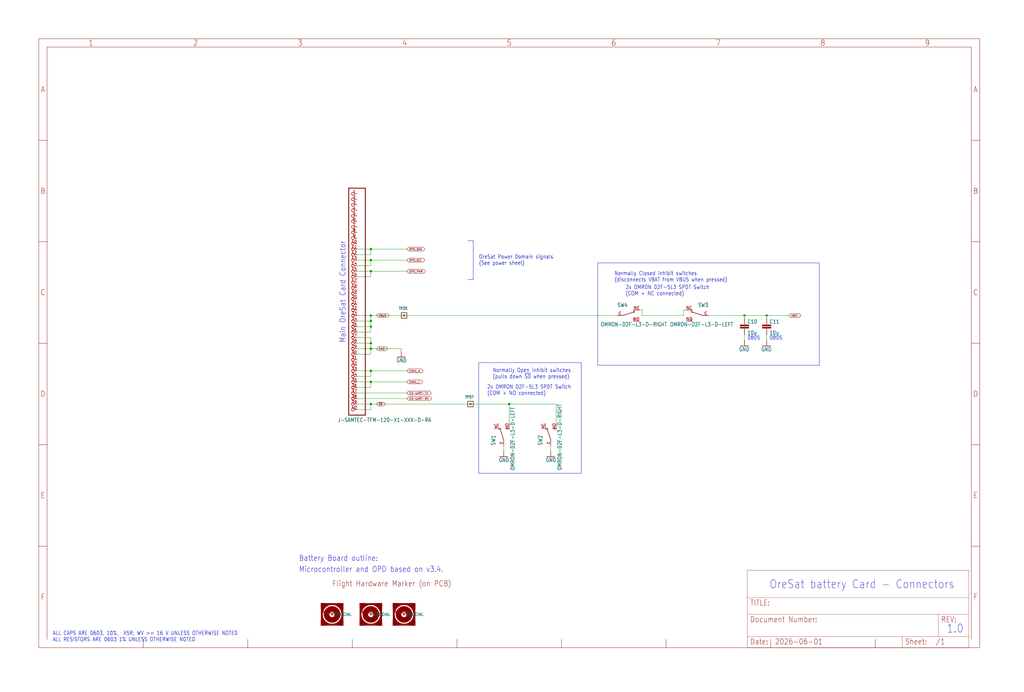
<source format=kicad_sch>
(kicad_sch (version 20230121) (generator eeschema)
  (paper "User" 469.9 317.627)
  (lib_symbols
    (symbol "oresat-batteries-eagle-import:C-EU0805-B-NOSILK"
      (property "Reference" "C" (at 1.524 0.381 0))
      (symbol "C-EU0805-B-NOSILK_1_0"
        (rectangle (start -2.032 -2.032) (end 2.032 -1.524) (fill (type outline)))
        (rectangle (start -2.032 -1.016) (end 2.032 -0.508) (fill (type outline)))
        (polyline (pts (xy 0 -2.54) (xy 0 -2.032)) (stroke (width 0.1524)))
        (polyline (pts (xy 0 0) (xy 0 -0.508)) (stroke (width 0.1524)))
        (pin passive line (at 0 2.54 270) (length 2.54) (name "1") (number "1"))
        (pin passive line (at 0 -5.08 90) (length 2.54) (name "2") (number "2"))
      )
    )
    (symbol "oresat-batteries-eagle-import:FIDUCIAL-1.0X2.0"
      (symbol "FIDUCIAL-1.0X2.0_1_0"
        (rectangle (start -5.08 -5.08) (end -3.556 -2.54) (fill (type outline)))
        (rectangle (start -5.08 -5.08) (end -2.54 -3.556) (fill (type outline)))
        (rectangle (start -5.08 2.54) (end -3.556 5.08) (fill (type outline)))
        (rectangle (start -5.08 3.556) (end -2.54 5.08) (fill (type outline)))
        (polyline (pts (xy -5.08 -5.08) (xy -5.08 5.08)) (stroke (width 0.127)))
        (polyline (pts (xy -5.08 -5.08) (xy 5.08 -5.08)) (stroke (width 0.127)))
        (polyline (pts (xy -5.08 5.08) (xy 5.08 5.08)) (stroke (width 0.127)))
        (polyline (pts (xy -4.699 2.54) (xy -4.699 -2.54)) (stroke (width 0.762)))
        (polyline (pts (xy -2.54 -4.699) (xy 2.54 -4.699)) (stroke (width 0.762)))
        (polyline (pts (xy -2.54 4.699) (xy 2.54 4.699)) (stroke (width 0.762)))
        (polyline (pts (xy 4.699 -2.54) (xy 4.699 2.54)) (stroke (width 0.762)))
        (polyline (pts (xy 5.08 5.08) (xy 5.08 -5.08)) (stroke (width 0.127)))
        (circle (center 0 0) (radius 2.54) (stroke (width 2.54)))
        (circle (center 0 0) (radius 4.699) (stroke (width 0.762)))
        (rectangle (start 2.54 -5.08) (end 5.08 -3.556) (fill (type outline)))
        (rectangle (start 2.54 3.556) (end 5.08 5.08) (fill (type outline)))
        (rectangle (start 3.556 -5.08) (end 5.08 -2.54) (fill (type outline)))
        (rectangle (start 3.556 2.54) (end 5.08 5.08) (fill (type outline)))
        (pin no_connect line (at 0 0 0) (length 0) (name "FIDUCIAL") (number "FIDUCIAL"))
      )
    )
    (symbol "oresat-batteries-eagle-import:FLIGHMARKERNEW"
      (symbol "FLIGHMARKERNEW_1_0"
        (text "Flight Hardware Marker (on PCB)" (at 0 0 0) (effects (font (size 2.54 2.159)) (justify left bottom)))
      )
    )
    (symbol "oresat-batteries-eagle-import:J-SAMTEC-TFM-120-X1-XXX-D-RA"
      (property "Reference" "J" (at -6.35 51.435 0))
      (symbol "J-SAMTEC-TFM-120-X1-XXX-D-RA_1_0"
        (polyline (pts (xy -6.35 -53.34) (xy 1.27 -53.34)) (stroke (width 0.4064)))
        (polyline (pts (xy -6.35 50.8) (xy -6.35 -53.34)) (stroke (width 0.4064)))
        (polyline (pts (xy 1.27 -53.34) (xy 1.27 50.8)) (stroke (width 0.4064)))
        (polyline (pts (xy 1.27 50.8) (xy -6.35 50.8)) (stroke (width 0.4064)))
        (pin passive inverted (at -2.54 48.26 0) (length 2.54) (name "1") (number "1"))
        (pin passive inverted (at -2.54 25.4 0) (length 2.54) (name "10") (number "10"))
        (pin passive inverted (at -2.54 22.86 0) (length 2.54) (name "11") (number "11"))
        (pin passive inverted (at -2.54 20.32 0) (length 2.54) (name "12") (number "12"))
        (pin passive inverted (at -2.54 17.78 0) (length 2.54) (name "13") (number "13"))
        (pin passive inverted (at -2.54 15.24 0) (length 2.54) (name "14") (number "14"))
        (pin passive inverted (at -2.54 12.7 0) (length 2.54) (name "15") (number "15"))
        (pin passive inverted (at -2.54 10.16 0) (length 2.54) (name "16") (number "16"))
        (pin passive inverted (at -2.54 7.62 0) (length 2.54) (name "17") (number "17"))
        (pin passive inverted (at -2.54 5.08 0) (length 2.54) (name "18") (number "18"))
        (pin passive inverted (at -2.54 2.54 0) (length 2.54) (name "19") (number "19"))
        (pin passive inverted (at -2.54 45.72 0) (length 2.54) (name "2") (number "2"))
        (pin passive inverted (at -2.54 0 0) (length 2.54) (name "20") (number "20"))
        (pin passive inverted (at -2.54 -2.54 0) (length 2.54) (name "21") (number "21"))
        (pin passive inverted (at -2.54 -5.08 0) (length 2.54) (name "22") (number "22"))
        (pin passive inverted (at -2.54 -7.62 0) (length 2.54) (name "23") (number "23"))
        (pin passive inverted (at -2.54 -10.16 0) (length 2.54) (name "24") (number "24"))
        (pin passive inverted (at -2.54 -12.7 0) (length 2.54) (name "25") (number "25"))
        (pin passive inverted (at -2.54 -15.24 0) (length 2.54) (name "26") (number "26"))
        (pin passive inverted (at -2.54 -17.78 0) (length 2.54) (name "27") (number "27"))
        (pin passive inverted (at -2.54 -20.32 0) (length 2.54) (name "28") (number "28"))
        (pin passive inverted (at -2.54 -22.86 0) (length 2.54) (name "29") (number "29"))
        (pin passive inverted (at -2.54 43.18 0) (length 2.54) (name "3") (number "3"))
        (pin passive inverted (at -2.54 -25.4 0) (length 2.54) (name "30") (number "30"))
        (pin passive inverted (at -2.54 -27.94 0) (length 2.54) (name "31") (number "31"))
        (pin passive inverted (at -2.54 -30.48 0) (length 2.54) (name "32") (number "32"))
        (pin passive inverted (at -2.54 -33.02 0) (length 2.54) (name "33") (number "33"))
        (pin passive inverted (at -2.54 -35.56 0) (length 2.54) (name "34") (number "34"))
        (pin passive inverted (at -2.54 -38.1 0) (length 2.54) (name "35") (number "35"))
        (pin passive inverted (at -2.54 -40.64 0) (length 2.54) (name "36") (number "36"))
        (pin passive inverted (at -2.54 -43.18 0) (length 2.54) (name "37") (number "37"))
        (pin passive inverted (at -2.54 -45.72 0) (length 2.54) (name "38") (number "38"))
        (pin passive inverted (at -2.54 -48.26 0) (length 2.54) (name "39") (number "39"))
        (pin passive inverted (at -2.54 40.64 0) (length 2.54) (name "4") (number "4"))
        (pin passive inverted (at -2.54 -50.8 0) (length 2.54) (name "40") (number "40"))
        (pin passive inverted (at -2.54 38.1 0) (length 2.54) (name "5") (number "5"))
        (pin passive inverted (at -2.54 35.56 0) (length 2.54) (name "6") (number "6"))
        (pin passive inverted (at -2.54 33.02 0) (length 2.54) (name "7") (number "7"))
        (pin passive inverted (at -2.54 30.48 0) (length 2.54) (name "8") (number "8"))
        (pin passive inverted (at -2.54 27.94 0) (length 2.54) (name "9") (number "9"))
      )
    )
    (symbol "oresat-batteries-eagle-import:OMRON-D2F-L3-D-LEFT"
      (property "Reference" "SW" (at -5.08 3.81 0))
      (symbol "OMRON-D2F-L3-D-LEFT_1_0"
        (polyline (pts (xy -2.54 0) (xy 3.048 1.778)) (stroke (width 0.254)))
        (polyline (pts (xy 2.54 -2.54) (xy 2.54 -1.27)) (stroke (width 0.254)))
        (polyline (pts (xy 2.54 2.54) (xy 2.54 1.27)) (stroke (width 0.254)))
        (pin passive line (at -5.08 0 0) (length 2.54) (name "COM") (number "C"))
        (pin passive line (at 5.08 2.54 180) (length 2.54) (name "NC") (number "NC"))
        (pin passive line (at 5.08 -2.54 180) (length 2.54) (name "NO") (number "NO"))
      )
    )
    (symbol "oresat-batteries-eagle-import:OMRON-D2F-L3-D-RIGHT"
      (property "Reference" "SW" (at -5.08 3.81 0))
      (symbol "OMRON-D2F-L3-D-RIGHT_1_0"
        (polyline (pts (xy -2.54 0) (xy 3.048 1.778)) (stroke (width 0.254)))
        (polyline (pts (xy 2.54 -2.54) (xy 2.54 -1.27)) (stroke (width 0.254)))
        (polyline (pts (xy 2.54 2.54) (xy 2.54 1.27)) (stroke (width 0.254)))
        (pin passive line (at -5.08 0 0) (length 2.54) (name "COM") (number "C"))
        (pin passive line (at 5.08 2.54 180) (length 2.54) (name "NC") (number "NC"))
        (pin passive line (at 5.08 -2.54 180) (length 2.54) (name "NO") (number "NO"))
      )
    )
    (symbol "oresat-batteries-eagle-import:TEST-POINT-LARGE-SQUARE"
      (property "Reference" "TP" (at -2.54 2.54 0))
      (symbol "TEST-POINT-LARGE-SQUARE_1_0"
        (polyline (pts (xy -1.27 -1.27) (xy -1.27 1.27)) (stroke (width 0.254)))
        (polyline (pts (xy -1.27 1.27) (xy 1.27 1.27)) (stroke (width 0.254)))
        (polyline (pts (xy 1.27 -1.27) (xy -1.27 -1.27)) (stroke (width 0.254)))
        (polyline (pts (xy 1.27 1.27) (xy 1.27 -1.27)) (stroke (width 0.254)))
        (pin passive line (at 0 0 0) (length 0) (name "1") (number "1"))
      )
    )
    (symbol "oresat-batteries-eagle-import:frames_FRAME_B_L"
      (symbol "frames_FRAME_B_L_1_0"
        (polyline (pts (xy 0 46.5667) (xy 3.81 46.5667)))
        (polyline (pts (xy 0 93.1333) (xy 3.81 93.1333)))
        (polyline (pts (xy 0 139.7) (xy 3.81 139.7)))
        (polyline (pts (xy 0 186.2667) (xy 3.81 186.2667)))
        (polyline (pts (xy 0 232.8333) (xy 3.81 232.8333)))
        (polyline (pts (xy 3.81 3.81) (xy 3.81 275.59)))
        (polyline (pts (xy 47.9778 0) (xy 47.9778 3.81)))
        (polyline (pts (xy 95.9556 0) (xy 95.9556 3.81)))
        (polyline (pts (xy 143.9333 0) (xy 143.9333 3.81)))
        (polyline (pts (xy 191.9111 0) (xy 191.9111 3.81)))
        (polyline (pts (xy 239.8889 0) (xy 239.8889 3.81)))
        (polyline (pts (xy 287.8667 0) (xy 287.8667 3.81)))
        (polyline (pts (xy 335.8444 0) (xy 335.8444 3.81)))
        (polyline (pts (xy 383.8222 0) (xy 383.8222 3.81)))
        (polyline (pts (xy 427.99 3.81) (xy 427.99 275.59)))
        (polyline (pts (xy 427.99 46.5667) (xy 431.8 46.5667)))
        (polyline (pts (xy 427.99 93.1333) (xy 431.8 93.1333)))
        (polyline (pts (xy 427.99 139.7) (xy 431.8 139.7)))
        (polyline (pts (xy 427.99 186.2667) (xy 431.8 186.2667)))
        (polyline (pts (xy 427.99 232.8333) (xy 431.8 232.8333)))
        (polyline (pts (xy 427.99 275.59) (xy 3.81 275.59)))
        (polyline (pts (xy 0 0) (xy 431.8 0) (xy 431.8 279.4) (xy 0 279.4) (xy 0 0)))
        (text "1" (at 23.9889 277.495 0) (effects (font (size 2.54 2.286))))
        (text "2" (at 71.9667 277.495 0) (effects (font (size 2.54 2.286))))
        (text "3" (at 119.9444 277.495 0) (effects (font (size 2.54 2.286))))
        (text "4" (at 167.9222 277.495 0) (effects (font (size 2.54 2.286))))
        (text "5" (at 215.9 277.495 0) (effects (font (size 2.54 2.286))))
        (text "6" (at 263.8778 277.495 0) (effects (font (size 2.54 2.286))))
        (text "7" (at 311.8556 277.495 0) (effects (font (size 2.54 2.286))))
        (text "8" (at 359.8333 277.495 0) (effects (font (size 2.54 2.286))))
        (text "9" (at 407.8111 277.495 0) (effects (font (size 2.54 2.286))))
        (text "A" (at 1.905 256.1167 0) (effects (font (size 2.54 2.286))))
        (text "A" (at 429.895 256.1167 0) (effects (font (size 2.54 2.286))))
        (text "B" (at 1.905 209.55 0) (effects (font (size 2.54 2.286))))
        (text "B" (at 429.895 209.55 0) (effects (font (size 2.54 2.286))))
        (text "C" (at 1.905 162.9833 0) (effects (font (size 2.54 2.286))))
        (text "C" (at 429.895 162.9833 0) (effects (font (size 2.54 2.286))))
        (text "D" (at 1.905 116.4167 0) (effects (font (size 2.54 2.286))))
        (text "D" (at 429.895 116.4167 0) (effects (font (size 2.54 2.286))))
        (text "E" (at 1.905 69.85 0) (effects (font (size 2.54 2.286))))
        (text "E" (at 429.895 69.85 0) (effects (font (size 2.54 2.286))))
        (text "F" (at 1.905 23.2833 0) (effects (font (size 2.54 2.286))))
        (text "F" (at 429.895 23.2833 0) (effects (font (size 2.54 2.286))))
      )
      (symbol "frames_FRAME_B_L_2_0"
        (polyline (pts (xy 0 0) (xy 0 5.08)) (stroke (width 0.1016)))
        (polyline (pts (xy 0 0) (xy 71.12 0)) (stroke (width 0.1016)))
        (polyline (pts (xy 0 5.08) (xy 0 15.24)) (stroke (width 0.1016)))
        (polyline (pts (xy 0 5.08) (xy 71.12 5.08)) (stroke (width 0.1016)))
        (polyline (pts (xy 0 15.24) (xy 0 22.86)) (stroke (width 0.1016)))
        (polyline (pts (xy 0 22.86) (xy 0 35.56)) (stroke (width 0.1016)))
        (polyline (pts (xy 0 22.86) (xy 101.6 22.86)) (stroke (width 0.1016)))
        (polyline (pts (xy 71.12 0) (xy 101.6 0)) (stroke (width 0.1016)))
        (polyline (pts (xy 71.12 5.08) (xy 71.12 0)) (stroke (width 0.1016)))
        (polyline (pts (xy 71.12 5.08) (xy 87.63 5.08)) (stroke (width 0.1016)))
        (polyline (pts (xy 87.63 5.08) (xy 101.6 5.08)) (stroke (width 0.1016)))
        (polyline (pts (xy 87.63 15.24) (xy 0 15.24)) (stroke (width 0.1016)))
        (polyline (pts (xy 87.63 15.24) (xy 87.63 5.08)) (stroke (width 0.1016)))
        (polyline (pts (xy 101.6 5.08) (xy 101.6 0)) (stroke (width 0.1016)))
        (polyline (pts (xy 101.6 15.24) (xy 87.63 15.24)) (stroke (width 0.1016)))
        (polyline (pts (xy 101.6 15.24) (xy 101.6 5.08)) (stroke (width 0.1016)))
        (polyline (pts (xy 101.6 22.86) (xy 101.6 15.24)) (stroke (width 0.1016)))
        (polyline (pts (xy 101.6 35.56) (xy 0 35.56)) (stroke (width 0.1016)))
        (polyline (pts (xy 101.6 35.56) (xy 101.6 22.86)) (stroke (width 0.1016)))
        (text "${#}/${##}" (at 86.36 1.27 0) (effects (font (size 2.54 2.159)) (justify left bottom)))
        (text "${CURRENT_DATE}" (at 12.7 1.27 0) (effects (font (size 2.54 2.159)) (justify left bottom)))
        (text "${PROJECTNAME}" (at 17.78 19.05 0) (effects (font (size 2.54 2.159)) (justify left bottom)))
        (text "Date:" (at 1.27 1.27 0) (effects (font (size 2.54 2.159)) (justify left bottom)))
        (text "Document Number:" (at 1.27 11.43 0) (effects (font (size 2.54 2.159)) (justify left bottom)))
        (text "REV:" (at 88.9 11.43 0) (effects (font (size 2.54 2.159)) (justify left bottom)))
        (text "Sheet:" (at 72.39 1.27 0) (effects (font (size 2.54 2.159)) (justify left bottom)))
        (text "TITLE:" (at 1.27 19.05 0) (effects (font (size 2.54 2.159)) (justify left bottom)))
      )
    )
    (symbol "oresat-batteries-eagle-import:supply1_GND" (power)
      (property "Value" "supply1_GND" (at -2.54 -2.54 0))
      (symbol "supply1_GND_1_0"
        (polyline (pts (xy -1.905 0) (xy 1.905 0)) (stroke (width 0.254)))
        (pin power_in line (at 0 2.54 270) (length 2.54) (name "GND") (number "1"))
      )
    )
  )
  (junction (at 170.18 147.32))
  (junction (at 170.18 124.46))
  (junction (at 170.18 149.86))
  (junction (at 170.18 175.26))
  (junction (at 341.63 144.78))
  (junction (at 170.18 160.02))
  (junction (at 170.18 170.18))
  (junction (at 170.18 114.3))
  (junction (at 170.18 157.48))
  (junction (at 185.42 144.78))
  (junction (at 170.18 144.78))
  (junction (at 351.79 144.78))
  (junction (at 170.18 185.42))
  (junction (at 170.18 119.38))
  (junction (at 233.68 185.42))
  (junction (at 215.9 185.42))
  (wire (pts (xy 351.79 146.05) (xy 351.79 144.78)) (stroke (width 0.1524)))
  (wire (pts (xy 170.18 144.78) (xy 185.42 144.78)) (stroke (width 0.1524)))
  (wire (pts (xy 325.12 144.78) (xy 341.63 144.78)) (stroke (width 0.1524)))
  (wire (pts (xy 170.18 127) (xy 170.18 124.46)) (stroke (width 0.1524)))
  (wire (pts (xy 294.64 142.24) (xy 294.64 144.78)) (stroke (width 0.1524)))
  (wire (pts (xy 186.69 114.3) (xy 170.18 114.3)) (stroke (width 0.1524)))
  (wire (pts (xy 163.83 149.86) (xy 170.18 149.86)) (stroke (width 0.1524)))
  (wire (pts (xy 170.18 172.72) (xy 170.18 170.18)) (stroke (width 0.1524)))
  (wire (pts (xy 163.83 170.18) (xy 170.18 170.18)) (stroke (width 0.1524)))
  (wire (pts (xy 170.18 157.48) (xy 170.18 160.02)) (stroke (width 0.1524)))
  (polyline (pts (xy 274.32 120.65) (xy 274.32 167.64)) (stroke (width 0.1524) (type solid)))
  (wire (pts (xy 170.18 114.3) (xy 163.83 114.3)) (stroke (width 0.1524)))
  (wire (pts (xy 170.18 119.38) (xy 186.69 119.38)) (stroke (width 0.1524)))
  (wire (pts (xy 170.18 116.84) (xy 170.18 114.3)) (stroke (width 0.1524)))
  (wire (pts (xy 170.18 160.02) (xy 184.15 160.02)) (stroke (width 0.1524)))
  (wire (pts (xy 341.63 153.67) (xy 341.63 156.21)) (stroke (width 0.1524)))
  (wire (pts (xy 215.9 185.42) (xy 233.68 185.42)) (stroke (width 0.1524)))
  (wire (pts (xy 170.18 187.96) (xy 170.18 185.42)) (stroke (width 0.1524)))
  (wire (pts (xy 163.83 127) (xy 170.18 127)) (stroke (width 0.1524)))
  (polyline (pts (xy 375.92 167.64) (xy 375.92 120.65)) (stroke (width 0.1524) (type solid)))
  (wire (pts (xy 170.18 152.4) (xy 170.18 149.86)) (stroke (width 0.1524)))
  (wire (pts (xy 341.63 146.05) (xy 341.63 144.78)) (stroke (width 0.1524)))
  (wire (pts (xy 313.69 142.24) (xy 314.96 142.24)) (stroke (width 0.1524)))
  (wire (pts (xy 170.18 149.86) (xy 170.18 147.32)) (stroke (width 0.1524)))
  (wire (pts (xy 163.83 154.94) (xy 170.18 154.94)) (stroke (width 0.1524)))
  (wire (pts (xy 163.83 160.02) (xy 170.18 160.02)) (stroke (width 0.1524)))
  (wire (pts (xy 170.18 119.38) (xy 163.83 119.38)) (stroke (width 0.1524)))
  (wire (pts (xy 313.69 144.78) (xy 313.69 142.24)) (stroke (width 0.1524)))
  (wire (pts (xy 163.83 187.96) (xy 170.18 187.96)) (stroke (width 0.1524)))
  (wire (pts (xy 170.18 157.48) (xy 170.18 154.94)) (stroke (width 0.1524)))
  (wire (pts (xy 170.18 144.78) (xy 170.18 147.32)) (stroke (width 0.1524)))
  (polyline (pts (xy 219.71 217.17) (xy 266.7 217.17)) (stroke (width 0.1524) (type solid)))
  (wire (pts (xy 293.37 142.24) (xy 294.64 142.24)) (stroke (width 0.1524)))
  (wire (pts (xy 163.83 116.84) (xy 170.18 116.84)) (stroke (width 0.1524)))
  (polyline (pts (xy 217.17 128.27) (xy 214.63 128.27)) (stroke (width 0.1524) (type solid)))
  (wire (pts (xy 231.14 204.47) (xy 231.14 207.01)) (stroke (width 0.1524)))
  (wire (pts (xy 170.18 147.32) (xy 163.83 147.32)) (stroke (width 0.1524)))
  (polyline (pts (xy 266.7 217.17) (xy 266.7 166.37)) (stroke (width 0.1524) (type solid)))
  (polyline (pts (xy 217.17 110.49) (xy 217.17 128.27)) (stroke (width 0.1524) (type solid)))
  (wire (pts (xy 163.83 175.26) (xy 170.18 175.26)) (stroke (width 0.1524)))
  (wire (pts (xy 163.83 144.78) (xy 170.18 144.78)) (stroke (width 0.1524)))
  (wire (pts (xy 351.79 153.67) (xy 351.79 156.21)) (stroke (width 0.1524)))
  (wire (pts (xy 170.18 162.56) (xy 170.18 160.02)) (stroke (width 0.1524)))
  (wire (pts (xy 163.83 182.88) (xy 186.69 182.88)) (stroke (width 0.1524)))
  (wire (pts (xy 170.18 185.42) (xy 163.83 185.42)) (stroke (width 0.1524)))
  (wire (pts (xy 170.18 121.92) (xy 170.18 119.38)) (stroke (width 0.1524)))
  (wire (pts (xy 163.83 177.8) (xy 170.18 177.8)) (stroke (width 0.1524)))
  (polyline (pts (xy 266.7 166.37) (xy 219.71 166.37)) (stroke (width 0.1524) (type solid)))
  (wire (pts (xy 163.83 121.92) (xy 170.18 121.92)) (stroke (width 0.1524)))
  (wire (pts (xy 163.83 157.48) (xy 170.18 157.48)) (stroke (width 0.1524)))
  (wire (pts (xy 233.68 194.31) (xy 233.68 185.42)) (stroke (width 0.1524)))
  (wire (pts (xy 163.83 172.72) (xy 170.18 172.72)) (stroke (width 0.1524)))
  (wire (pts (xy 294.64 144.78) (xy 313.69 144.78)) (stroke (width 0.1524)))
  (wire (pts (xy 170.18 185.42) (xy 215.9 185.42)) (stroke (width 0.1524)))
  (polyline (pts (xy 214.63 110.49) (xy 217.17 110.49)) (stroke (width 0.1524) (type solid)))
  (wire (pts (xy 170.18 175.26) (xy 186.69 175.26)) (stroke (width 0.1524)))
  (wire (pts (xy 184.15 160.02) (xy 184.15 161.29)) (stroke (width 0.1524)))
  (wire (pts (xy 170.18 124.46) (xy 186.69 124.46)) (stroke (width 0.1524)))
  (wire (pts (xy 170.18 170.18) (xy 186.69 170.18)) (stroke (width 0.1524)))
  (wire (pts (xy 170.18 124.46) (xy 163.83 124.46)) (stroke (width 0.1524)))
  (wire (pts (xy 163.83 162.56) (xy 170.18 162.56)) (stroke (width 0.1524)))
  (wire (pts (xy 170.18 177.8) (xy 170.18 175.26)) (stroke (width 0.1524)))
  (wire (pts (xy 163.83 180.34) (xy 186.69 180.34)) (stroke (width 0.1524)))
  (wire (pts (xy 341.63 144.78) (xy 351.79 144.78)) (stroke (width 0.1524)))
  (wire (pts (xy 351.79 144.78) (xy 361.95 144.78)) (stroke (width 0.1524)))
  (wire (pts (xy 185.42 144.78) (xy 283.21 144.78)) (stroke (width 0.1524)))
  (wire (pts (xy 255.27 194.31) (xy 255.27 185.42)) (stroke (width 0.1524)))
  (wire (pts (xy 252.73 207.01) (xy 252.73 204.47)) (stroke (width 0.1524)))
  (polyline (pts (xy 375.92 120.65) (xy 274.32 120.65)) (stroke (width 0.1524) (type solid)))
  (polyline (pts (xy 219.71 166.37) (xy 219.71 217.17)) (stroke (width 0.1524) (type solid)))
  (wire (pts (xy 163.83 152.4) (xy 170.18 152.4)) (stroke (width 0.1524)))
  (polyline (pts (xy 274.32 167.64) (xy 375.92 167.64)) (stroke (width 0.1524) (type solid)))
  (wire (pts (xy 233.68 185.42) (xy 255.27 185.42)) (stroke (width 0.1524)))
  (text "Normally Closed inhibit switches\n(disconnects VBAT from VBUS when pressed)" (at 281.94 129.54 0) (effects (font (size 1.778 1.5113)) (justify left bottom)))
  (text "0805" (at 353.06 156.21 0) (effects (font (size 1.778 1.5113)) (justify left bottom)))
  (text "Main OreSat Card Connector" (at 158.75 157.48 90) (effects (font (size 2.54 2.159)) (justify left bottom)))
  (text "2x OMRON D2F-5L3 SPDT Switch\n(COM + NO connected)" (at 223.52 181.61 0) (effects (font (size 1.778 1.5113)) (justify left bottom)))
  (text "Normally Open inhibit switches\n(pulls down ~{SD} when pressed)" (at 226.06 173.99 0) (effects (font (size 1.778 1.5113)) (justify left bottom)))
  (text "2x OMRON D2F-5L3 SPDT Switch\n(COM + NC connected)" (at 287.02 135.89 0) (effects (font (size 1.778 1.5113)) (justify left bottom)))
  (text "0805" (at 342.9 156.21 0) (effects (font (size 1.778 1.5113)) (justify left bottom)))
  (text "Battery Board outline:" (at 137.16 257.81 0) (effects (font (size 2.54 2.159)) (justify left bottom)))
  (text "OreSat battery Card - Connectors" (at 353.06 270.51 0) (effects (font (size 3.81 3.2385)) (justify left bottom)))
  (text "ALL CAPS ARE 0603, 10%,  X5R, WV >= 16 V UNLESS OTHERWISE NOTED\nALL RESISTORS ARE 0603 1% UNLESS OTHERWISE NOTED" (at 24.13 294.64 0) (effects (font (size 1.778 1.5113)) (justify left bottom)))
  (text "Microcontroller and OPD based on v3.4." (at 137.16 262.89 0) (effects (font (size 2.54 2.159)) (justify left bottom)))
  (text "1.0" (at 434.34 290.83 0) (effects (font (size 3.81 3.2385)) (justify left bottom)))
  (text "OreSat Power Domain signals\n(See power sheet)" (at 219.71 121.92 0) (effects (font (size 1.778 1.5113)) (justify left bottom)))
  (global_label "~{SD}" (shape bidirectional) (at 172.72 185.42 0) (effects (font (size 0.889 0.889))) (property "Intersheetrefs" "${INTERSHEET_REFS}" (effects hide)))
  (global_label "VBAT" (shape bidirectional) (at 361.95 144.78 0) (effects (font (size 0.889 0.889))) (property "Intersheetrefs" "${INTERSHEET_REFS}" (effects hide)))
  (global_label "OPD_PWR" (shape bidirectional) (at 186.69 124.46 0) (effects (font (size 0.889 0.889))) (property "Intersheetrefs" "${INTERSHEET_REFS}" (effects hide)))
  (global_label "CAN1_L" (shape bidirectional) (at 186.69 175.26 0) (effects (font (size 0.889 0.889))) (property "Intersheetrefs" "${INTERSHEET_REFS}" (effects hide)))
  (global_label "CAN1_H" (shape bidirectional) (at 186.69 170.18 0) (effects (font (size 0.889 0.889))) (property "Intersheetrefs" "${INTERSHEET_REFS}" (effects hide)))
  (global_label "C3-UART-RX" (shape bidirectional) (at 186.69 182.88 0) (effects (font (size 0.889 0.889))) (property "Intersheetrefs" "${INTERSHEET_REFS}" (effects hide)))
  (global_label "OPD_SDA" (shape bidirectional) (at 186.69 114.3 0) (effects (font (size 0.889 0.889))) (property "Intersheetrefs" "${INTERSHEET_REFS}" (effects hide)))
  (global_label "C3-UART-TX" (shape bidirectional) (at 186.69 180.34 0) (effects (font (size 0.889 0.889))) (property "Intersheetrefs" "${INTERSHEET_REFS}" (effects hide)))
  (global_label "OPD_SCL" (shape bidirectional) (at 186.69 119.38 0) (effects (font (size 0.889 0.889))) (property "Intersheetrefs" "${INTERSHEET_REFS}" (effects hide)))
  (global_label "VBUS" (shape bidirectional) (at 172.72 144.78 0) (effects (font (size 0.889 0.889))) (property "Intersheetrefs" "${INTERSHEET_REFS}" (effects hide)))
  (global_label "GND" (shape bidirectional) (at 172.72 160.02 0) (effects (font (size 0.889 0.889))) (property "Intersheetrefs" "${INTERSHEET_REFS}" (effects hide)))
  (symbol (lib_id "oresat-batteries-eagle-import:frames_FRAME_B_L") (at 17.78 297.18 0) (unit 1)
    (property "Reference" "#FRAME1" (effects hide))
    (property "Value" "FRAME_B_L" (effects hide))
  )
  (symbol (lib_id "oresat-batteries-eagle-import:OMRON-D2F-L3-D-LEFT") (at 231.14 199.39 90) (unit 1)
    (property "Reference" "SW1" (at 227.33 204.47 0) (effects (font (size 1.778 1.5113)) (justify left bottom)))
    (property "Value" "OMRON-D2F-L3-D-LEFT" (at 236.22 215.9 0) (effects (font (size 1.778 1.5113)) (justify left bottom)))
    (property "Footprint" "oresat-batteries:D2F-L3-D-HORIZONTAL-L" (effects hide))
  )
  (symbol (lib_id "oresat-batteries-eagle-import:TEST-POINT-LARGE-SQUARE") (at 215.9 185.42 0) (unit 1)
    (property "Reference" "TP57" (at 213.36 182.88 0) (effects (font (size 1.27 1.0795)) (justify left bottom)))
    (property "Value" "TEST-POINT-LARGE-SQUARE" (effects hide))
    (property "Footprint" "oresat-batteries:1X01" (effects hide))
  )
  (symbol (lib_id "oresat-batteries-eagle-import:FIDUCIAL-1.0X2.0") (at 170.18 281.94 0) (unit 1)
    (property "Reference" "FIDUCIAL2" (effects hide))
    (property "Value" "FIDUCIAL-1.0X2.0" (effects hide))
    (property "Footprint" "oresat-batteries:FIDUCIAL-1.0X2.0" (effects hide))
  )
  (symbol (lib_id "oresat-batteries-eagle-import:OMRON-D2F-L3-D-RIGHT") (at 288.29 144.78 0) (unit 1)
    (property "Reference" "SW4" (at 283.21 140.97 0) (effects (font (size 1.778 1.5113)) (justify left bottom)))
    (property "Value" "OMRON-D2F-L3-D-RIGHT" (at 275.59 149.86 0) (effects (font (size 1.778 1.5113)) (justify left bottom)))
    (property "Footprint" "oresat-batteries:D2F-L3-D-HORIZONTAL-R" (effects hide))
  )
  (symbol (lib_id "oresat-batteries-eagle-import:C-EU0805-B-NOSILK") (at 351.79 148.59 0) (unit 1)
    (property "Reference" "C11" (at 353.06 148.59 0) (effects (font (size 1.778 1.5113)) (justify left bottom)))
    (property "Value" "10u" (at 353.06 153.67 0) (effects (font (size 1.778 1.5113)) (justify left bottom)))
    (property "Footprint" "oresat-batteries:.0805-B-NOSILK" (effects hide))
    (property "DIS" "Digi-Key" (effects hide))
    (property "DPN" "1276-2893-1-ND" (effects hide))
    (property "MFR" "Samsung" (effects hide))
    (property "MPN" "CL21A106KOFNNNE" (effects hide))
  )
  (symbol (lib_id "oresat-batteries-eagle-import:supply1_GND") (at 341.63 158.75 0) (unit 1)
    (property "Reference" "#GND036" (effects hide))
    (property "Value" "GND" (at 339.09 161.29 0) (effects (font (size 1.778 1.5113)) (justify left bottom)))
  )
  (symbol (lib_id "oresat-batteries-eagle-import:supply1_GND") (at 252.73 209.55 0) (mirror y) (unit 1)
    (property "Reference" "#GND073" (effects hide))
    (property "Value" "GND" (at 255.27 212.09 0) (effects (font (size 1.778 1.5113)) (justify left bottom)))
  )
  (symbol (lib_id "oresat-batteries-eagle-import:frames_FRAME_B_L") (at 342.9 297.18 0) (unit 2)
    (property "Reference" "#FRAME1" (effects hide))
    (property "Value" "FRAME_B_L" (effects hide))
  )
  (symbol (lib_id "oresat-batteries-eagle-import:FIDUCIAL-1.0X2.0") (at 152.4 281.94 0) (unit 1)
    (property "Reference" "FIDUCIAL1" (effects hide))
    (property "Value" "FIDUCIAL-1.0X2.0" (effects hide))
    (property "Footprint" "oresat-batteries:FIDUCIAL-1.0X2.0" (effects hide))
  )
  (symbol (lib_id "oresat-batteries-eagle-import:TEST-POINT-LARGE-SQUARE") (at 185.42 144.78 0) (unit 1)
    (property "Reference" "TP25" (at 182.88 142.24 0) (effects (font (size 1.27 1.0795)) (justify left bottom)))
    (property "Value" "TEST-POINT-LARGE-SQUARE" (effects hide))
    (property "Footprint" "oresat-batteries:1X01" (effects hide))
  )
  (symbol (lib_id "oresat-batteries-eagle-import:FIDUCIAL-1.0X2.0") (at 185.42 281.94 0) (unit 1)
    (property "Reference" "FIDUCIAL3" (effects hide))
    (property "Value" "FIDUCIAL-1.0X2.0" (effects hide))
    (property "Footprint" "oresat-batteries:FIDUCIAL-1.0X2.0" (effects hide))
  )
  (symbol (lib_id "oresat-batteries-eagle-import:C-EU0805-B-NOSILK") (at 341.63 148.59 0) (unit 1)
    (property "Reference" "C10" (at 342.9 148.59 0) (effects (font (size 1.778 1.5113)) (justify left bottom)))
    (property "Value" "10u" (at 342.9 153.67 0) (effects (font (size 1.778 1.5113)) (justify left bottom)))
    (property "Footprint" "oresat-batteries:.0805-B-NOSILK" (effects hide))
    (property "DIS" "Digi-Key" (effects hide))
    (property "DPN" "1276-2893-1-ND" (effects hide))
    (property "MFR" "Samsung" (effects hide))
    (property "MPN" "CL21A106KOFNNNE" (effects hide))
  )
  (symbol (lib_id "oresat-batteries-eagle-import:J-SAMTEC-TFM-120-X1-XXX-D-RA") (at 161.29 137.16 0) (mirror y) (unit 1)
    (property "Reference" "J1" (effects hide))
    (property "Value" "J-SAMTEC-TFM-120-X1-XXX-D-RA" (at 154.94 191.77 0) (effects (font (size 1.778 1.5113)) (justify right top)))
    (property "Footprint" "oresat-batteries:J-SAMTEC-TFM-120-X1-XXX-D-RA" (effects hide))
    (property "MFR" "Samtec" (effects hide))
    (property "MPN" "TFM-120-01-L-D-RA" (effects hide))
  )
  (symbol (lib_id "oresat-batteries-eagle-import:supply1_GND") (at 231.14 209.55 0) (mirror y) (unit 1)
    (property "Reference" "#GND072" (effects hide))
    (property "Value" "GND" (at 233.68 212.09 0) (effects (font (size 1.778 1.5113)) (justify left bottom)))
  )
  (symbol (lib_id "oresat-batteries-eagle-import:supply1_GND") (at 351.79 158.75 0) (unit 1)
    (property "Reference" "#GND037" (effects hide))
    (property "Value" "GND" (at 349.25 161.29 0) (effects (font (size 1.778 1.5113)) (justify left bottom)))
  )
  (symbol (lib_id "oresat-batteries-eagle-import:OMRON-D2F-L3-D-LEFT") (at 320.04 144.78 0) (mirror y) (unit 1)
    (property "Reference" "SW3" (at 325.12 140.97 0) (effects (font (size 1.778 1.5113)) (justify left bottom)))
    (property "Value" "OMRON-D2F-L3-D-LEFT" (at 336.55 149.86 0) (effects (font (size 1.778 1.5113)) (justify left bottom)))
    (property "Footprint" "oresat-batteries:D2F-L3-D-HORIZONTAL-L" (effects hide))
  )
  (symbol (lib_id "oresat-batteries-eagle-import:OMRON-D2F-L3-D-RIGHT") (at 252.73 199.39 90) (unit 1)
    (property "Reference" "SW2" (at 248.92 204.47 0) (effects (font (size 1.778 1.5113)) (justify left bottom)))
    (property "Value" "OMRON-D2F-L3-D-RIGHT" (at 257.81 215.9 0) (effects (font (size 1.778 1.5113)) (justify left bottom)))
    (property "Footprint" "oresat-batteries:D2F-L3-D-HORIZONTAL-R" (effects hide))
  )
  (symbol (lib_id "oresat-batteries-eagle-import:FLIGHMARKERNEW") (at 152.4 269.24 0) (unit 1)
    (property "Reference" "U$1" (effects hide))
    (property "Value" "FLIGHMARKERNEW" (effects hide))
    (property "Footprint" "oresat-batteries:FLIGHTMARKER_NEW_BOARDS" (effects hide))
  )
  (symbol (lib_id "oresat-batteries-eagle-import:supply1_GND") (at 184.15 163.83 0) (mirror y) (unit 1)
    (property "Reference" "#GND01" (effects hide))
    (property "Value" "GND" (at 186.69 166.37 0) (effects (font (size 1.778 1.5113)) (justify left bottom)))
  )
)
</source>
